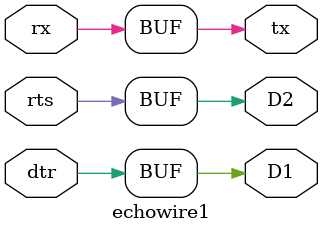
<source format=v>
module  echowire1 ( input  wire dtr,
                  input  wire rts,
                  input  wire rx,
                  output  wire tx,
                  output  wire D1,
                  output  wire D2);

// - Get dtr and rts signal through the leds 
assign D1 = dtr;
assign D2 = rts;

// - Connect rx to tx to echo "hardwired" 
assign tx = rx;

endmodule


</source>
